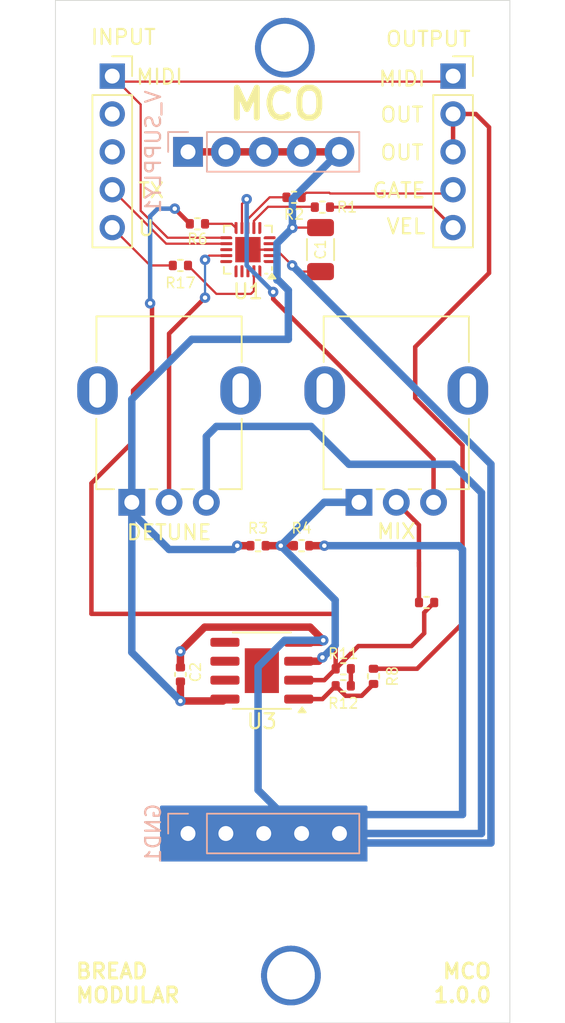
<source format=kicad_pcb>
(kicad_pcb (version 20240108) (generator "pcbnew") (generator_version "8.0")
  (layers (0 "F.Cu" signal) (31 "B.Cu" signal) (34 "B.Paste" user) (35 "F.Paste" user) (36 "B.SilkS" user "B.Silkscreen") (37 "F.SilkS" user "F.Silkscreen") (38 "B.Mask" user) (39 "F.Mask" user) (44 "Edge.Cuts" user))
  (net 0 "")
  (net 1 "GND")
  (net 3 "TX")
  (net 4 "MIDI")
  (net 6 "UDPI")
  (net 7 "VELOCITY")
  (net 8 "MIX_OUT")
  (net 9 "GATE")
  (net 10 "V_SUPPLY")
  (net 11 "Net-(U1-PA6)")
  (net 12 "Net-(U1-PA7)")
  (net 13 "V_MID")
  (net 14 "FUNDAMENTAL_TONE")
  (net 15 "Net-(U3A--)")
  (net 16 "DETUNED_TONE")
  (net 17 "Net-(R12-Pad2)")
  (net 18 "Net-(R10-Pad1)")
  (net 19 "Net-(R11-Pad2)")
  (net 20 "V_DETUNED")
  (net 31 "Net-(U1-~{RESET}{slash}PA0)")
  (footprint "Package_DFN_QFN:VQFN-20-1EP_3x3mm_P0.4mm_EP1.7x1.7mm" (layer "F.Cu") (at 59.9 57.36 180)
    (property "Reference" "U1" (at 0 -2.8 0) (layer "F.SilkS"))
    (property "Value" "ATtiny1616-M")
    (fp_line (start 1.61 1.61) (end 1.61 1.16) (stroke (width 0.12)) (layer "F.SilkS"))
    (fp_line (start 1.61 -1.61) (end 1.61 -1.16) (stroke (width 0.12)) (layer "F.SilkS"))
    (fp_line (start 1.16 1.61) (end 1.61 1.61) (stroke (width 0.12)) (layer "F.SilkS"))
    (fp_line (start 1.16 -1.61) (end 1.61 -1.61) (stroke (width 0.12)) (layer "F.SilkS"))
    (fp_line (start -1.16 1.61) (end -1.61 1.61) (stroke (width 0.12)) (layer "F.SilkS"))
    (fp_line (start -1.16 -1.61) (end -1.31 -1.61) (stroke (width 0.12)) (layer "F.SilkS"))
    (fp_line (start -1.61 1.61) (end -1.61 1.16) (stroke (width 0.12)) (layer "F.SilkS"))
    (fp_line (start -1.61 -1.16) (end -1.61 -1.37) (stroke (width 0.12)) (layer "F.SilkS"))
    (fp_poly (pts (xy -1.61 -1.61) (xy -1.85 -1.94) (xy -1.37 -1.94) (xy -1.61 -1.61)) (stroke (width 0.12)) (fill solid) (layer "F.SilkS"))
    (pad "1" smd custom (at -1.45 -0.8 180) (size 0.143431 0.143431) (layers "F.Cu" "F.Paste" "F.Mask") (options (clearance outline) (anchor circle)) (primitives (gr_poly (pts (xy -0.35 -0.05) (xy 0.299289 -0.05) (xy 0.35 0.000711) (xy 0.35 0.05) (xy -0.35 0.05)) (width 0.1) (fill yes))))
    (pad "2" smd roundrect (at -1.45 -0.4 180) (size 0.8 0.2) (layers "F.Cu" "F.Paste" "F.Mask"))
    (pad "3" smd roundrect (at -1.45 0 180) (size 0.8 0.2) (layers "F.Cu" "F.Paste" "F.Mask") (net 1 "GND"))
    (pad "4" smd roundrect (at -1.45 0.4 180) (size 0.8 0.2) (layers "F.Cu" "F.Paste" "F.Mask") (net 10 "V_SUPPLY"))
    (pad "5" smd custom (at -1.45 0.8 180) (size 0.143431 0.143431) (layers "F.Cu" "F.Paste" "F.Mask") (options (clearance outline) (anchor circle)) (primitives (gr_poly (pts (xy -0.35 -0.05) (xy 0.35 -0.05) (xy 0.35 -0.000711) (xy 0.299289 0.05) (xy -0.35 0.05)) (width 0.1) (fill yes))))
    (pad "6" smd custom (at -0.8 1.45 180) (size 0.143431 0.143431) (layers "F.Cu" "F.Paste" "F.Mask") (options (clearance outline) (anchor circle)) (primitives (gr_poly (pts (xy -0.05 -0.299289) (xy 0.000711 -0.35) (xy 0.05 -0.35) (xy 0.05 0.35) (xy -0.05 0.35)) (width 0.1) (fill yes))))
    (pad "7" smd roundrect (at -0.4 1.45 180) (size 0.2 0.8) (layers "F.Cu" "F.Paste" "F.Mask") (net 11 "Net-(U1-PA6)"))
    (pad "8" smd roundrect (at 0 1.45 180) (size 0.2 0.8) (layers "F.Cu" "F.Paste" "F.Mask") (net 12 "Net-(U1-PA7)"))
    (pad "9" smd roundrect (at 0.4 1.45 180) (size 0.2 0.8) (layers "F.Cu" "F.Paste" "F.Mask") (net 16 "DETUNED_TONE"))
    (pad "10" smd custom (at 0.8 1.45 180) (size 0.143431 0.143431) (layers "F.Cu" "F.Paste" "F.Mask") (net 14 "FUNDAMENTAL_TONE") (options (clearance outline) (anchor circle)) (primitives (gr_poly (pts (xy -0.05 -0.35) (xy -0.000711 -0.35) (xy 0.05 -0.299289) (xy 0.05 0.35) (xy -0.05 0.35)) (width 0.1) (fill yes))))
    (pad "11" smd custom (at 1.45 0.8 180) (size 0.143431 0.143431) (layers "F.Cu" "F.Paste" "F.Mask") (net 4 "MIDI") (options (clearance outline) (anchor circle)) (primitives (gr_poly (pts (xy -0.35 -0.05) (xy 0.35 -0.05) (xy 0.35 0.05) (xy -0.299289 0.05) (xy -0.35 -0.000711)) (width 0.1) (fill yes))))
    (pad "12" smd roundrect (at 1.45 0.4 180) (size 0.8 0.2) (layers "F.Cu" "F.Paste" "F.Mask") (net 3 "TX"))
    (pad "13" smd roundrect (at 1.45 0 180) (size 0.8 0.2) (layers "F.Cu" "F.Paste" "F.Mask"))
    (pad "14" smd roundrect (at 1.45 -0.4 180) (size 0.8 0.2) (layers "F.Cu" "F.Paste" "F.Mask") (net 20 "V_DETUNED"))
    (pad "15" smd custom (at 1.45 -0.8 180) (size 0.143431 0.143431) (layers "F.Cu" "F.Paste" "F.Mask") (options (clearance outline) (anchor circle)) (primitives (gr_poly (pts (xy -0.35 0.000711) (xy -0.299289 -0.05) (xy 0.35 -0.05) (xy 0.35 0.05) (xy -0.35 0.05)) (width 0.1) (fill yes))))
    (pad "16" smd custom (at 0.8 -1.45 180) (size 0.143431 0.143431) (layers "F.Cu" "F.Paste" "F.Mask") (options (clearance outline) (anchor circle)) (primitives (gr_poly (pts (xy -0.05 -0.35) (xy 0.05 -0.35) (xy 0.05 0.299289) (xy -0.000711 0.35) (xy -0.05 0.35)) (width 0.1) (fill yes))))
    (pad "17" smd roundrect (at 0.4 -1.45 180) (size 0.2 0.8) (layers "F.Cu" "F.Paste" "F.Mask"))
    (pad "18" smd roundrect (at 0 -1.45 180) (size 0.2 0.8) (layers "F.Cu" "F.Paste" "F.Mask"))
    (pad "19" smd roundrect (at -0.4 -1.45 180) (size 0.2 0.8) (layers "F.Cu" "F.Paste" "F.Mask") (net 31 "Net-(U1-~{RESET}{slash}PA0)"))
    (pad "20" smd custom (at -0.8 -1.45 180) (size 0.143431 0.143431) (layers "F.Cu" "F.Paste" "F.Mask") (options (clearance outline) (anchor circle)) (primitives (gr_poly (pts (xy -0.05 -0.35) (xy 0.05 -0.35) (xy 0.05 0.35) (xy 0.000711 0.35) (xy -0.05 0.299289)) (width 0.1) (fill yes))))
    (pad "21" smd rect (at 0 0 180) (size 1.7 1.7) (property pad_prop_heatsink) (layers "F.Cu" "F.Mask") (net 1 "GND"))
  )
  (footprint "Resistor_SMD:R_0402_1005Metric" (layer "F.Cu") (at 62.994 53.848)
    (property "Reference" "R2" (at -0.002 1.143 0) (layer "F.SilkS") (effects (font (size 0.7 0.7) (thickness 0.1))))
    (property "Value" "1k")
    (fp_line (start -0.153641 -0.38) (end 0.153641 -0.38) (stroke (width 0.12)) (layer "F.SilkS"))
    (fp_line (start -0.153641 0.38) (end 0.153641 0.38) (stroke (width 0.12)) (layer "F.SilkS"))
    (pad "1" smd roundrect (at -0.51 0) (size 0.54 0.64) (layers "F.Cu" "F.Paste" "F.Mask") (net 12 "Net-(U1-PA7)"))
    (pad "2" smd roundrect (at 0.51 0) (size 0.54 0.64) (layers "F.Cu" "F.Paste" "F.Mask") (net 9 "GATE"))
  )
  (footprint "Resistor_SMD:R_0402_1005Metric" (layer "F.Cu") (at 55.37 58.42 180)
    (property "Reference" "R17" (at 0 -1.17 0) (layer "F.SilkS") (effects (font (size 0.7 0.7) (thickness 0.1))))
    (property "Value" "4.7k")
    (fp_line (start -0.153641 0.38) (end 0.153641 0.38) (stroke (width 0.12)) (layer "F.SilkS"))
    (fp_line (start -0.153641 -0.38) (end 0.153641 -0.38) (stroke (width 0.12)) (layer "F.SilkS"))
    (pad "1" smd roundrect (at -0.51 0 180) (size 0.54 0.64) (layers "F.Cu" "F.Paste" "F.Mask") (net 31 "Net-(U1-~{RESET}{slash}PA0)"))
    (pad "2" smd roundrect (at 0.51 0 180) (size 0.54 0.64) (layers "F.Cu" "F.Paste" "F.Mask") (net 6 "UDPI"))
  )
  (footprint "Resistor_SMD:R_0402_1005Metric" (layer "F.Cu") (at 60.579 77.216)
    (property "Reference" "R3" (at 0 -1.17 0) (layer "F.SilkS") (effects (font (size 0.7 0.7) (thickness 0.1))))
    (property "Value" "1k")
    (fp_line (start -0.153641 -0.38) (end 0.153641 -0.38) (stroke (width 0.12)) (layer "F.SilkS"))
    (fp_line (start -0.153641 0.38) (end 0.153641 0.38) (stroke (width 0.12)) (layer "F.SilkS"))
    (pad "1" smd roundrect (at -0.51 0) (size 0.54 0.64) (layers "F.Cu" "F.Paste" "F.Mask") (net 10 "V_SUPPLY"))
    (pad "2" smd roundrect (at 0.51 0) (size 0.54 0.64) (layers "F.Cu" "F.Paste" "F.Mask") (net 13 "V_MID"))
  )
  (footprint "Resistor_SMD:R_0402_1005Metric" (layer "F.Cu") (at 66.294 86.614 180)
    (property "Reference" "R12" (at 0 -1.17 0) (layer "F.SilkS") (effects (font (size 0.7 0.7) (thickness 0.1))))
    (property "Value" "200k")
    (fp_line (start -0.153641 0.38) (end 0.153641 0.38) (stroke (width 0.12)) (layer "F.SilkS"))
    (fp_line (start -0.153641 -0.38) (end 0.153641 -0.38) (stroke (width 0.12)) (layer "F.SilkS"))
    (pad "1" smd roundrect (at -0.51 0 180) (size 0.54 0.64) (layers "F.Cu" "F.Paste" "F.Mask") (net 19 "Net-(R11-Pad2)"))
    (pad "2" smd roundrect (at 0.51 0 180) (size 0.54 0.64) (layers "F.Cu" "F.Paste" "F.Mask") (net 17 "Net-(R12-Pad2)"))
  )
  (footprint "BreadModular_Pots:Potentiometer_RV09" (layer "F.Cu") (at 67.35 74.305 90)
    (property "Reference" "RV2")
    (property "Value" "50k")
    (fp_line (start 0.88 -2.38) (end 5.6 -2.38) (stroke (width 0.12)) (layer "F.SilkS"))
    (fp_line (start 9.41 -2.37) (end 12.47 -2.37) (stroke (width 0.12)) (layer "F.SilkS"))
    (fp_line (start 0.88 -1.19) (end 0.88 -2.37) (stroke (width 0.12)) (layer "F.SilkS"))
    (fp_line (start 0.88 1.71) (end 0.88 1.18) (stroke (width 0.12)) (layer "F.SilkS"))
    (fp_line (start 0.88 4.16) (end 0.88 3.33) (stroke (width 0.12)) (layer "F.SilkS"))
    (fp_line (start 12.47 7.37) (end 12.47 -2.37) (stroke (width 0.12)) (layer "F.SilkS"))
    (fp_line (start 9.41 7.37) (end 12.47 7.37) (stroke (width 0.12)) (layer "F.SilkS"))
    (fp_line (start 0.88 7.37) (end 0.88 5.88) (stroke (width 0.12)) (layer "F.SilkS"))
    (fp_line (start 0.88 7.37) (end 5.6 7.37) (stroke (width 0.12)) (layer "F.SilkS"))
    (pad "" thru_hole oval (at 7.5 -2.3 180) (size 2.72 3.24) (drill oval 1.1 2.3) (layers "*.Cu" "*.Mask"))
    (pad "" thru_hole oval (at 7.5 7.3 180) (size 2.72 3.24) (drill oval 1.1 2.3) (layers "*.Cu" "*.Mask"))
    (pad "1" thru_hole rect (at 0 0 180) (size 1.8 1.8) (drill 1) (layers "*.Cu" "*.Mask") (net 13 "V_MID"))
    (pad "2" thru_hole circle (at 0 2.5 180) (size 1.8 1.8) (drill 1) (layers "*.Cu" "*.Mask") (net 18 "Net-(R10-Pad1)"))
    (pad "3" thru_hole circle (at 0 5 180) (size 1.8 1.8) (drill 1) (layers "*.Cu" "*.Mask") (net 16 "DETUNED_TONE"))
  )
  (footprint "Connector_PinSocket_2.54mm:PinSocket_1x05_P2.54mm_Vertical" (layer "F.Cu") (at 50.8 45.72)
    (property "Reference" "INPUT1")
    (property "Value" "Conn_01x05_Socket")
    (fp_line (start -1.33 1.27) (end -1.33 11.49) (stroke (width 0.12)) (layer "F.SilkS"))
    (fp_line (start -1.33 1.27) (end 1.33 1.27) (stroke (width 0.12)) (layer "F.SilkS"))
    (fp_line (start -1.33 11.49) (end 1.33 11.49) (stroke (width 0.12)) (layer "F.SilkS"))
    (fp_line (start 0 -1.33) (end 1.33 -1.33) (stroke (width 0.12)) (layer "F.SilkS"))
    (fp_line (start 1.33 -1.33) (end 1.33 0) (stroke (width 0.12)) (layer "F.SilkS"))
    (fp_line (start 1.33 1.27) (end 1.33 11.49) (stroke (width 0.12)) (layer "F.SilkS"))
    (pad "1" thru_hole rect (at 0 0) (size 1.7 1.7) (drill 1) (layers "*.Cu" "*.Mask") (net 4 "MIDI"))
    (pad "2" thru_hole oval (at 0 2.54) (size 1.7 1.7) (drill 1) (layers "*.Cu" "*.Mask"))
    (pad "3" thru_hole oval (at 0 5.08) (size 1.7 1.7) (drill 1) (layers "*.Cu" "*.Mask"))
    (pad "4" thru_hole oval (at 0 7.62) (size 1.7 1.7) (drill 1) (layers "*.Cu" "*.Mask") (net 3 "TX"))
    (pad "5" thru_hole oval (at 0 10.16) (size 1.7 1.7) (drill 1) (layers "*.Cu" "*.Mask") (net 6 "UDPI"))
  )
  (footprint "Resistor_SMD:R_0402_1005Metric" (layer "F.Cu") (at 63.498 77.216)
    (property "Reference" "R4" (at 0 -1.17 0) (layer "F.SilkS") (effects (font (size 0.7 0.7) (thickness 0.1))))
    (property "Value" "1k")
    (fp_line (start -0.153641 -0.38) (end 0.153641 -0.38) (stroke (width 0.12)) (layer "F.SilkS"))
    (fp_line (start -0.153641 0.38) (end 0.153641 0.38) (stroke (width 0.12)) (layer "F.SilkS"))
    (pad "1" smd roundrect (at -0.51 0) (size 0.54 0.64) (layers "F.Cu" "F.Paste" "F.Mask") (net 13 "V_MID"))
    (pad "2" smd roundrect (at 0.51 0) (size 0.54 0.64) (layers "F.Cu" "F.Paste" "F.Mask") (net 1 "GND"))
  )
  (footprint "Capacitor_SMD:C_1206_3216Metric" (layer "F.Cu") (at 64.77 57.355 90)
    (property "Reference" "C1" (at 0 0 90) (layer "F.SilkS") (effects (font (size 0.7 0.7) (thickness 0.1))))
    (property "Value" "100uf")
    (fp_line (start -0.711252 -0.91) (end 0.711252 -0.91) (stroke (width 0.12)) (layer "F.SilkS"))
    (fp_line (start -0.711252 0.91) (end 0.711252 0.91) (stroke (width 0.12)) (layer "F.SilkS"))
    (pad "1" smd roundrect (at -1.475 0 90) (size 1.15 1.8) (layers "F.Cu" "F.Paste" "F.Mask") (roundrect_rratio 0.217391) (net 1 "GND"))
    (pad "2" smd roundrect (at 1.475 0 90) (size 1.15 1.8) (layers "F.Cu" "F.Paste" "F.Mask") (roundrect_rratio 0.217391) (net 10 "V_SUPPLY"))
  )
  (footprint "Resistor_SMD:R_0402_1005Metric" (layer "F.Cu") (at 56.513 55.626 180)
    (property "Reference" "R6" (at -0.002 -1.016 0) (layer "F.SilkS") (effects (font (size 0.7 0.7) (thickness 0.1))))
    (property "Value" "1M")
    (fp_line (start -0.153641 0.38) (end 0.153641 0.38) (stroke (width 0.12)) (layer "F.SilkS"))
    (fp_line (start -0.153641 -0.38) (end 0.153641 -0.38) (stroke (width 0.12)) (layer "F.SilkS"))
    (pad "1" smd roundrect (at -0.51 0 180) (size 0.54 0.64) (layers "F.Cu" "F.Paste" "F.Mask") (net 14 "FUNDAMENTAL_TONE"))
    (pad "2" smd roundrect (at 0.51 0 180) (size 0.54 0.64) (layers "F.Cu" "F.Paste" "F.Mask") (net 15 "Net-(U3A--)"))
  )
  (footprint "Capacitor_SMD:C_0402_1005Metric" (layer "F.Cu") (at 55.372 85.852 90)
    (property "Reference" "C2" (at 0.155 1.016 90) (layer "F.SilkS") (effects (font (size 0.7 0.7) (thickness 0.1))))
    (property "Value" "0.1uf")
    (fp_line (start -0.107836 -0.36) (end 0.107836 -0.36) (stroke (width 0.12)) (layer "F.SilkS"))
    (fp_line (start -0.107836 0.36) (end 0.107836 0.36) (stroke (width 0.12)) (layer "F.SilkS"))
    (pad "1" smd roundrect (at -0.48 0 90) (size 0.56 0.62) (layers "F.Cu" "F.Paste" "F.Mask") (net 10 "V_SUPPLY"))
    (pad "2" smd roundrect (at 0.48 0 90) (size 0.56 0.62) (layers "F.Cu" "F.Paste" "F.Mask") (net 1 "GND"))
  )
  (footprint "Resistor_SMD:R_0402_1005Metric" (layer "F.Cu") (at 66.294 85.471)
    (property "Reference" "R11" (at -0.002 -1.016 0) (layer "F.SilkS") (effects (font (size 0.7 0.7) (thickness 0.1))))
    (property "Value" "200k")
    (fp_line (start -0.153641 -0.38) (end 0.153641 -0.38) (stroke (width 0.12)) (layer "F.SilkS"))
    (fp_line (start -0.153641 0.38) (end 0.153641 0.38) (stroke (width 0.12)) (layer "F.SilkS"))
    (pad "1" smd roundrect (at -0.51 0) (size 0.54 0.64) (layers "F.Cu" "F.Paste" "F.Mask") (net 15 "Net-(U3A--)"))
    (pad "2" smd roundrect (at 0.51 0) (size 0.54 0.64) (layers "F.Cu" "F.Paste" "F.Mask") (net 19 "Net-(R11-Pad2)"))
  )
  (footprint "Package_SO:SOIC-8-1EP_3.9x4.9mm_P1.27mm_EP2.29x3mm" (layer "F.Cu") (at 60.833 85.598 180)
    (property "Reference" "U3" (at 0 -3.4 0) (layer "F.SilkS"))
    (property "Value" "MCP6002-xSN")
    (fp_line (start 0 2.56) (end 1.95 2.56) (stroke (width 0.12)) (layer "F.SilkS"))
    (fp_line (start 0 2.56) (end -1.95 2.56) (stroke (width 0.12)) (layer "F.SilkS"))
    (fp_line (start 0 -2.56) (end 1.95 -2.56) (stroke (width 0.12)) (layer "F.SilkS"))
    (fp_line (start 0 -2.56) (end -1.95 -2.56) (stroke (width 0.12)) (layer "F.SilkS"))
    (fp_poly (pts (xy -2.7 -2.465) (xy -2.94 -2.795) (xy -2.46 -2.795) (xy -2.7 -2.465)) (stroke (width 0.12)) (fill solid) (layer "F.SilkS"))
    (pad "1" smd roundrect (at -2.475 -1.905 180) (size 1.95 0.6) (layers "F.Cu" "F.Paste" "F.Mask") (net 17 "Net-(R12-Pad2)"))
    (pad "2" smd roundrect (at -2.475 -0.635 180) (size 1.95 0.6) (layers "F.Cu" "F.Paste" "F.Mask") (net 15 "Net-(U3A--)"))
    (pad "3" smd roundrect (at -2.475 0.635 180) (size 1.95 0.6) (layers "F.Cu" "F.Paste" "F.Mask") (net 13 "V_MID"))
    (pad "4" smd roundrect (at -2.475 1.905 180) (size 1.95 0.6) (layers "F.Cu" "F.Paste" "F.Mask") (net 1 "GND"))
    (pad "5" smd roundrect (at 2.475 1.905 180) (size 1.95 0.6) (layers "F.Cu" "F.Paste" "F.Mask"))
    (pad "6" smd roundrect (at 2.475 0.635 180) (size 1.95 0.6) (layers "F.Cu" "F.Paste" "F.Mask"))
    (pad "7" smd roundrect (at 2.475 -0.635 180) (size 1.95 0.6) (layers "F.Cu" "F.Paste" "F.Mask"))
    (pad "8" smd roundrect (at 2.475 -1.905 180) (size 1.95 0.6) (layers "F.Cu" "F.Paste" "F.Mask") (net 10 "V_SUPPLY"))
    (pad "9" smd rect (at 0 0 180) (size 2.29 3) (property pad_prop_heatsink) (layers "F.Cu" "F.Mask"))
  )
  (footprint "BreadModular_Pots:Potentiometer_RV09" (layer "F.Cu") (at 52.11 74.305 90)
    (property "Reference" "RV1")
    (property "Value" "50k")
    (fp_line (start 0.88 -2.38) (end 5.6 -2.38) (stroke (width 0.12)) (layer "F.SilkS"))
    (fp_line (start 9.41 -2.37) (end 12.47 -2.37) (stroke (width 0.12)) (layer "F.SilkS"))
    (fp_line (start 0.88 -1.19) (end 0.88 -2.37) (stroke (width 0.12)) (layer "F.SilkS"))
    (fp_line (start 0.88 1.71) (end 0.88 1.18) (stroke (width 0.12)) (layer "F.SilkS"))
    (fp_line (start 0.88 4.16) (end 0.88 3.33) (stroke (width 0.12)) (layer "F.SilkS"))
    (fp_line (start 12.47 7.37) (end 12.47 -2.37) (stroke (width 0.12)) (layer "F.SilkS"))
    (fp_line (start 9.41 7.37) (end 12.47 7.37) (stroke (width 0.12)) (layer "F.SilkS"))
    (fp_line (start 0.88 7.37) (end 0.88 5.88) (stroke (width 0.12)) (layer "F.SilkS"))
    (fp_line (start 0.88 7.37) (end 5.6 7.37) (stroke (width 0.12)) (layer "F.SilkS"))
    (pad "" thru_hole oval (at 7.5 -2.3 180) (size 2.72 3.24) (drill oval 1.1 2.3) (layers "*.Cu" "*.Mask"))
    (pad "" thru_hole oval (at 7.5 7.3 180) (size 2.72 3.24) (drill oval 1.1 2.3) (layers "*.Cu" "*.Mask"))
    (pad "1" thru_hole rect (at 0 0 180) (size 1.8 1.8) (drill 1) (layers "*.Cu" "*.Mask") (net 10 "V_SUPPLY"))
    (pad "2" thru_hole circle (at 0 2.5 180) (size 1.8 1.8) (drill 1) (layers "*.Cu" "*.Mask") (net 20 "V_DETUNED"))
    (pad "3" thru_hole circle (at 0 5 180) (size 1.8 1.8) (drill 1) (layers "*.Cu" "*.Mask") (net 1 "GND"))
  )
  (footprint "Connector_PinSocket_2.54mm:PinSocket_1x05_P2.54mm_Vertical" (layer "F.Cu") (at 73.66 45.72)
    (property "Reference" "OUTPUT1")
    (property "Value" "Conn_01x05_Socket")
    (fp_line (start -1.33 1.27) (end -1.33 11.49) (stroke (width 0.12)) (layer "F.SilkS"))
    (fp_line (start -1.33 1.27) (end 1.33 1.27) (stroke (width 0.12)) (layer "F.SilkS"))
    (fp_line (start -1.33 11.49) (end 1.33 11.49) (stroke (width 0.12)) (layer "F.SilkS"))
    (fp_line (start 0 -1.33) (end 1.33 -1.33) (stroke (width 0.12)) (layer "F.SilkS"))
    (fp_line (start 1.33 -1.33) (end 1.33 0) (stroke (width 0.12)) (layer "F.SilkS"))
    (fp_line (start 1.33 1.27) (end 1.33 11.49) (stroke (width 0.12)) (layer "F.SilkS"))
    (pad "1" thru_hole rect (at 0 0) (size 1.7 1.7) (drill 1) (layers "*.Cu" "*.Mask") (net 4 "MIDI"))
    (pad "2" thru_hole oval (at 0 2.54) (size 1.7 1.7) (drill 1) (layers "*.Cu" "*.Mask") (net 8 "MIX_OUT"))
    (pad "3" thru_hole oval (at 0 5.08) (size 1.7 1.7) (drill 1) (layers "*.Cu" "*.Mask") (net 8 "MIX_OUT"))
    (pad "4" thru_hole oval (at 0 7.62) (size 1.7 1.7) (drill 1) (layers "*.Cu" "*.Mask") (net 9 "GATE"))
    (pad "5" thru_hole oval (at 0 10.16) (size 1.7 1.7) (drill 1) (layers "*.Cu" "*.Mask") (net 7 "VELOCITY"))
  )
  (footprint "Resistor_SMD:R_0402_1005Metric" (layer "F.Cu") (at 64.895 54.5084)
    (property "Reference" "R1" (at 1.649 0 0) (layer "F.SilkS") (effects (font (size 0.7 0.7) (thickness 0.1))))
    (property "Value" "1k")
    (fp_line (start -0.153641 -0.38) (end 0.153641 -0.38) (stroke (width 0.12)) (layer "F.SilkS"))
    (fp_line (start -0.153641 0.38) (end 0.153641 0.38) (stroke (width 0.12)) (layer "F.SilkS"))
    (pad "1" smd roundrect (at -0.51 0) (size 0.54 0.64) (layers "F.Cu" "F.Paste" "F.Mask") (net 11 "Net-(U1-PA6)"))
    (pad "2" smd roundrect (at 0.51 0) (size 0.54 0.64) (layers "F.Cu" "F.Paste" "F.Mask") (net 7 "VELOCITY"))
  )
  (footprint "Resistor_SMD:R_0402_1005Metric" (layer "F.Cu") (at 68.324 85.979 90)
    (property "Reference" "R8" (at 0 1.27 90) (layer "F.SilkS") (effects (font (size 0.7 0.7) (thickness 0.1))))
    (property "Value" "1k")
    (fp_line (start -0.153641 -0.38) (end 0.153641 -0.38) (stroke (width 0.12)) (layer "F.SilkS"))
    (fp_line (start -0.153641 0.38) (end 0.153641 0.38) (stroke (width 0.12)) (layer "F.SilkS"))
    (pad "1" smd roundrect (at -0.51 0 90) (size 0.54 0.64) (layers "F.Cu" "F.Paste" "F.Mask") (net 17 "Net-(R12-Pad2)"))
    (pad "2" smd roundrect (at 0.51 0 90) (size 0.54 0.64) (layers "F.Cu" "F.Paste" "F.Mask") (net 8 "MIX_OUT"))
  )
  (footprint "Resistor_SMD:R_0402_1005Metric" (layer "F.Cu") (at 71.884 81.026)
    (property "Reference" "R10" (hide yes))
    (property "Value" "1M")
    (fp_line (start -0.153641 -0.38) (end 0.153641 -0.38) (stroke (width 0.12)) (layer "F.SilkS"))
    (fp_line (start -0.153641 0.38) (end 0.153641 0.38) (stroke (width 0.12)) (layer "F.SilkS"))
    (pad "1" smd roundrect (at -0.51 0) (size 0.54 0.64) (layers "F.Cu" "F.Paste" "F.Mask") (net 18 "Net-(R10-Pad1)"))
    (pad "2" smd roundrect (at 0.51 0) (size 0.54 0.64) (layers "F.Cu" "F.Paste" "F.Mask") (net 15 "Net-(U3A--)"))
  )
  (footprint "BreadModular_MISC:Power_Connector" (layer "B.Cu") (at 55.88 50.8 -90)
    (property "Reference" "V_SUPPLY1" (at 0 2.33 90) (layer "B.SilkS") (effects (justify mirror)))
    (property "Value" "Conn_01x05_Pin")
    (fp_line (start -1.33 1.33) (end -1.33 0) (stroke (width 0.12)) (layer "B.SilkS"))
    (fp_line (start 0 1.33) (end -1.33 1.33) (stroke (width 0.12)) (layer "B.SilkS"))
    (fp_line (start 1.33 -1.27) (end -1.33 -1.27) (stroke (width 0.12)) (layer "B.SilkS"))
    (fp_line (start -1.33 -11.49) (end -1.33 -1.27) (stroke (width 0.12)) (layer "B.SilkS"))
    (fp_line (start 1.33 -11.49) (end 1.33 -1.27) (stroke (width 0.12)) (layer "B.SilkS"))
    (fp_line (start 1.33 -11.49) (end -1.33 -11.49) (stroke (width 0.12)) (layer "B.SilkS"))
    (pad "1" thru_hole rect (at 0 0 270) (size 2 2) (drill 1) (layers "*.Cu" "*.Mask") (net 10 "V_SUPPLY"))
    (pad "2" thru_hole oval (at 0 -2.54 270) (size 2 2) (drill 1) (layers "*.Cu" "*.Mask") (net 10 "V_SUPPLY"))
    (pad "3" thru_hole oval (at 0 -5.08 270) (size 2 2) (drill 1) (layers "*.Cu" "*.Mask") (net 10 "V_SUPPLY"))
    (pad "4" thru_hole oval (at 0 -7.62 270) (size 2 2) (drill 1) (layers "*.Cu" "*.Mask") (net 10 "V_SUPPLY"))
    (pad "5" thru_hole oval (at 0 -10.16 270) (size 2 2) (drill 1) (layers "*.Cu" "*.Mask") (net 10 "V_SUPPLY"))
  )
  (footprint "BreadModular_MISC:Power_Connector" (layer "B.Cu") (at 55.88 96.52 -90)
    (property "Reference" "GND1" (at 0 2.33 90) (layer "B.SilkS") (effects (justify mirror)))
    (property "Value" "Conn_01x05_Pin")
    (fp_line (start -1.33 1.33) (end -1.33 0) (stroke (width 0.12)) (layer "B.SilkS"))
    (fp_line (start 0 1.33) (end -1.33 1.33) (stroke (width 0.12)) (layer "B.SilkS"))
    (fp_line (start 1.33 -1.27) (end -1.33 -1.27) (stroke (width 0.12)) (layer "B.SilkS"))
    (fp_line (start -1.33 -11.49) (end -1.33 -1.27) (stroke (width 0.12)) (layer "B.SilkS"))
    (fp_line (start 1.33 -11.49) (end 1.33 -1.27) (stroke (width 0.12)) (layer "B.SilkS"))
    (fp_line (start 1.33 -11.49) (end -1.33 -11.49) (stroke (width 0.12)) (layer "B.SilkS"))
    (pad "1" thru_hole rect (at 0 0 270) (size 2 2) (drill 1) (layers "*.Cu" "*.Mask") (net 1 "GND"))
    (pad "2" thru_hole oval (at 0 -2.54 270) (size 2 2) (drill 1) (layers "*.Cu" "*.Mask") (net 1 "GND"))
    (pad "3" thru_hole oval (at 0 -5.08 270) (size 2 2) (drill 1) (layers "*.Cu" "*.Mask") (net 1 "GND"))
    (pad "4" thru_hole oval (at 0 -7.62 270) (size 2 2) (drill 1) (layers "*.Cu" "*.Mask") (net 1 "GND"))
    (pad "5" thru_hole oval (at 0 -10.16 270) (size 2 2) (drill 1) (layers "*.Cu" "*.Mask") (net 1 "GND"))
  )
  (gr_poly (pts (xy 54.102 94.742) (xy 67.818 94.742) (xy 67.818 98.298) (xy 54.102 98.298)) (stroke (width 0.2)) (fill solid) (layer "B.Cu") (net 1))
  (gr_line (start 46.99 109.22) (end 77.47 109.22) (stroke (width 0.05)) (layer "Edge.Cuts"))
  (gr_line (start 77.47 40.64) (end 46.99 40.64) (stroke (width 0.05)) (layer "Edge.Cuts"))
  (gr_line (start 46.99 40.64) (end 46.99 109.22) (stroke (width 0.05)) (layer "Edge.Cuts"))
  (gr_line (start 77.47 109.22) (end 77.47 40.64) (stroke (width 0.05)) (layer "Edge.Cuts"))
  (gr_text "OUT" (at 71.755 51.435 0) (layer "F.SilkS") (effects (font (size 1 1)) (justify right bottom)))
  (gr_text "VEL" (at 71.882 56.388 0) (layer "F.SilkS") (effects (font (size 1 1)) (justify right bottom)))
  (gr_text "MIDI" (at 52.324 46.355 0) (layer "F.SilkS") (effects (font (size 1 1)) (justify left bottom)))
  (gr_text "U" (at 52.451 56.515 0) (layer "F.SilkS") (effects (font (size 1 1)) (justify left bottom)))
  (gr_text "INPUT" (at 49.276 43.688 0) (layer "F.SilkS") (effects (font (size 1 1)) (justify left bottom)))
  (gr_text "TX" (at 52.451 53.975 0) (layer "F.SilkS") (effects (font (size 1 1)) (justify left bottom)))
  (gr_text "MCO\n1.0.0" (at 76.327 107.95 0) (layer "F.SilkS") (effects (font (size 1 1) (thickness 0.2) (bold yes)) (justify right bottom)))
  (gr_text "MCO" (at 58.42 48.768 0) (layer "F.SilkS") (effects (font (size 2 2) (thickness 0.4) (bold yes)) (justify left bottom)))
  (gr_text "DETUNE" (at 54.61 76.9112 0) (layer "F.SilkS") (effects (font (size 1 1)) (justify bottom)))
  (gr_text "OUT" (at 71.755 48.895 0) (layer "F.SilkS") (effects (font (size 1 1)) (justify right bottom)))
  (gr_text "MIX" (at 69.85 76.835 0) (layer "F.SilkS") (effects (font (size 1 1)) (justify bottom)))
  (gr_text "GATE" (at 71.882 53.975 0) (layer "F.SilkS") (effects (font (size 1 1)) (justify right bottom)))
  (gr_text "OUTPUT" (at 74.93 43.815 0) (layer "F.SilkS") (effects (font (size 1 1)) (justify right bottom)))
  (gr_text "MIDI" (at 71.882 46.482 0) (layer "F.SilkS") (effects (font (size 1 1)) (justify right bottom)))
  (gr_text "BREAD\nMODULAR" (at 48.26 107.95 0) (layer "F.SilkS") (effects (font (size 1 1) (thickness 0.2) (bold yes)) (justify left bottom)))
  (via (at 62.37758 43.815) (size 4) (drill 3.2) (layers "F.Cu" "B.Cu") (net 0))
  (via (at 62.784908 106.045) (size 4) (drill 3.2) (layers "F.Cu" "B.Cu") (net 0))
  (via (at 62.37758 43.815) (size 4) (drill 3.2) (layers "F.Cu" "B.Cu") (net 0))
  (via (at 62.784908 106.045) (size 4) (drill 3.2) (layers "F.Cu" "B.Cu") (net 0))
  (via (at 62.784908 106.045) (size 4) (drill 3.2) (layers "F.Cu" "B.Cu") (net 0))
  (via (at 62.784908 106.045) (size 4) (drill 3.2) (layers "F.Cu" "B.Cu") (net 0))
  (via (at 62.37758 43.815) (size 4) (drill 3.2) (layers "F.Cu" "B.Cu") (net 0))
  (via (at 62.37758 43.815) (size 4) (drill 3.2) (layers "F.Cu" "B.Cu") (net 0))
  (segment (start 64.953185 83.559815) (end 64.82 83.693) (width 0.5) (layer "F.Cu") (net 1))
  (segment (start 55.88 96.52) (end 66.04 96.52) (width 0.5) (layer "F.Cu") (net 1))
  (segment (start 64.07037 82.677) (end 64.953185 83.559815) (width 0.5) (layer "F.Cu") (net 1))
  (segment (start 61.35 57.36) (end 59.9 57.36) (width 0.15) (layer "F.Cu") (net 1))
  (segment (start 63.281006 58.83) (end 64.77 58.83) (width 0.15) (layer "F.Cu") (net 1))
  (segment (start 61.811006 57.36) (end 62.868003 58.416997) (width 0.15) (layer "F.Cu") (net 1))
  (segment (start 56.995 82.677) (end 64.07037 82.677) (width 0.5) (layer "F.Cu") (net 1))
  (segment (start 64.008 77.216) (end 65.024 77.216) (width 0.5) (layer "F.Cu") (net 1))
  (segment (start 64.82 83.693) (end 63.051 83.693) (width 0.5) (layer "F.Cu") (net 1))
  (segment (start 55.372 84.3) (end 56.995 82.677) (width 0.5) (layer "F.Cu") (net 1))
  (segment (start 55.372 85.372) (end 55.372 84.3) (width 0.5) (layer "F.Cu") (net 1))
  (segment (start 62.868003 58.416997) (end 63.281006 58.83) (width 0.15) (layer "F.Cu") (net 1))
  (segment (start 57.227 74.422) (end 57.11 74.305) (width 0.3) (layer "F.Cu") (net 1))
  (segment (start 61.35 57.36) (end 61.811006 57.36) (width 0.15) (layer "F.Cu") (net 1))
  (via (at 55.372 84.3) (size 0.7) (drill 0.3) (layers "F.Cu" "B.Cu") (net 1))
  (via (at 64.953185 83.559815) (size 0.7) (drill 0.3) (layers "F.Cu" "B.Cu") (net 1))
  (via (at 65.024 77.216) (size 0.7) (drill 0.3) (layers "F.Cu" "B.Cu") (net 1))
  (via (at 62.868003 58.416997) (size 0.7) (drill 0.3) (layers "F.Cu" "B.Cu") (net 1))
  (segment (start 74.295 95.25) (end 67.31 95.25) (width 0.5) (layer "B.Cu") (net 1))
  (segment (start 66.04 96.52) (end 66.675 97.155) (width 0.5) (layer "B.Cu") (net 1))
  (segment (start 67.31 95.25) (end 66.04 96.52) (width 0.5) (layer "B.Cu") (net 1))
  (segment (start 75.565 96.52) (end 75.565 73.66) (width 0.5) (layer "B.Cu") (net 1))
  (segment (start 76.2 97.155) (end 76.2 71.748994) (width 0.5) (layer "B.Cu") (net 1))
  (segment (start 75.565 73.66) (end 73.66 71.755) (width 0.5) (layer "B.Cu") (net 1))
  (segment (start 66.04 96.52) (end 75.565 96.52) (width 0.5) (layer "B.Cu") (net 1))
  (segment (start 57.11 69.89) (end 57.11 74.305) (width 0.5) (layer "B.Cu") (net 1))
  (segment (start 74.041 77.216) (end 74.295 77.47) (width 0.5) (layer "B.Cu") (net 1))
  (segment (start 65.024 77.216) (end 74.041 77.216) (width 0.5) (layer "B.Cu") (net 1))
  (segment (start 66.675 71.755) (end 64.135 69.215) (width 0.5) (layer "B.Cu") (net 1))
  (segment (start 64.953185 83.559815) (end 62.363185 83.559815) (width 0.5) (layer "B.Cu") (net 1))
  (segment (start 64.135 69.215) (end 57.785 69.215) (width 0.5) (layer "B.Cu") (net 1))
  (segment (start 76.2 71.748994) (end 62.868003 58.416997) (width 0.5) (layer "B.Cu") (net 1))
  (segment (start 74.295 77.47) (end 74.295 95.25) (width 0.5) (layer "B.Cu") (net 1))
  (segment (start 73.66 71.755) (end 66.675 71.755) (width 0.5) (layer "B.Cu") (net 1))
  (segment (start 66.675 97.155) (end 76.2 97.155) (width 0.5) (layer "B.Cu") (net 1))
  (segment (start 60.579 93.599) (end 63.5 96.52) (width 0.5) (layer "B.Cu") (net 1))
  (segment (start 62.363185 83.559815) (end 60.579 85.344) (width 0.5) (layer "B.Cu") (net 1))
  (segment (start 57.785 69.215) (end 57.11 69.89) (width 0.5) (layer "B.Cu") (net 1))
  (segment (start 60.579 85.344) (end 60.579 93.599) (width 0.5) (layer "B.Cu") (net 1))
  (segment (start 54.42 56.96) (end 58.45 56.96) (width 0.15) (layer "F.Cu") (net 3))
  (segment (start 50.8 53.34) (end 54.42 56.96) (width 0.15) (layer "F.Cu") (net 3))
  (segment (start 52.705 47.625) (end 52.705 54.750026) (width 0.15) (layer "F.Cu") (net 4))
  (segment (start 73.66 45.72) (end 73.29 46.09) (width 0.15) (layer "F.Cu") (net 4))
  (segment (start 52.705 54.750026) (end 54.514974 56.56) (width 0.15) (layer "F.Cu") (net 4))
  (segment (start 51.17 46.09) (end 50.8 45.72) (width 0.15) (layer "F.Cu") (net 4))
  (segment (start 54.514974 56.56) (end 58.45 56.56) (width 0.15) (layer "F.Cu") (net 4))
  (segment (start 73.29 46.09) (end 51.17 46.09) (width 0.15) (layer "F.Cu") (net 4))
  (segment (start 50.8 45.72) (end 52.705 47.625) (width 0.15) (layer "F.Cu") (net 4))
  (segment (start 53.34 58.42) (end 54.86 58.42) (width 0.15) (layer "F.Cu") (net 6))
  (segment (start 50.8 55.88) (end 53.34 58.42) (width 0.15) (layer "F.Cu") (net 6))
  (segment (start 72.2884 54.5084) (end 73.66 55.88) (width 0.2) (layer "F.Cu") (net 7))
  (segment (start 65.405 54.5084) (end 72.2884 54.5084) (width 0.2) (layer "F.Cu") (net 7))
  (segment (start 76.073 58.928) (end 76.073 49.149) (width 0.3) (layer "F.Cu") (net 8))
  (segment (start 76.073 49.149) (end 75.184 48.26) (width 0.3) (layer "F.Cu") (net 8))
  (segment (start 71.12 67.31) (end 71.12 63.881) (width 0.3) (layer "F.Cu") (net 8))
  (segment (start 74.295 82.423) (end 74.295 70.485) (width 0.3) (layer "F.Cu") (net 8))
  (segment (start 68.324 85.469) (end 71.249 85.469) (width 0.3) (layer "F.Cu") (net 8))
  (segment (start 75.184 48.26) (end 73.66 48.26) (width 0.3) (layer "F.Cu") (net 8))
  (segment (start 71.249 85.469) (end 74.295 82.423) (width 0.3) (layer "F.Cu") (net 8))
  (segment (start 73.66 48.26) (end 73.66 50.8) (width 0.3) (layer "F.Cu") (net 8))
  (segment (start 71.12 63.881) (end 76.073 58.928) (width 0.3) (layer "F.Cu") (net 8))
  (segment (start 74.295 70.485) (end 71.12 67.31) (width 0.3) (layer "F.Cu") (net 8))
  (segment (start 65.413141 53.594) (end 65.361141 53.542) (width 0.15) (layer "F.Cu") (net 9))
  (segment (start 73.66 53.34) (end 73.406 53.594) (width 0.15) (layer "F.Cu") (net 9))
  (segment (start 73.406 53.594) (end 65.413141 53.594) (width 0.15) (layer "F.Cu") (net 9))
  (segment (start 63.81 53.542) (end 63.504 53.848) (width 0.15) (layer "F.Cu") (net 9))
  (segment (start 65.361141 53.542) (end 63.81 53.542) (width 0.15) (layer "F.Cu") (net 9))
  (segment (start 61.823224 56.96) (end 62.884112 55.899112) (width 0.15) (layer "F.Cu") (net 10))
  (segment (start 55.372 87.63) (end 58.231 87.63) (width 0.5) (layer "F.Cu") (net 10))
  (segment (start 62.884112 55.899112) (end 62.903224 55.88) (width 0.15) (layer "F.Cu") (net 10))
  (segment (start 58.231 87.63) (end 58.358 87.503) (width 0.5) (layer "F.Cu") (net 10))
  (segment (start 60.069 77.216) (end 59.182 77.216) (width 0.5) (layer "F.Cu") (net 10))
  (segment (start 55.372 86.332) (end 55.372 87.63) (width 0.5) (layer "F.Cu") (net 10))
  (segment (start 61.35 56.96) (end 61.823224 56.96) (width 0.15) (layer "F.Cu") (net 10))
  (segment (start 62.903224 55.88) (end 64.77 55.88) (width 0.15) (layer "F.Cu") (net 10))
  (segment (start 55.88 50.8) (end 66.04 50.8) (width 0.5) (layer "F.Cu") (net 10))
  (segment (start 58.089 87.491) (end 58.101 87.503) (width 0.5) (layer "F.Cu") (net 10))
  (via (at 59.182 77.216) (size 0.7) (drill 0.3) (layers "F.Cu" "B.Cu") (net 10))
  (via (at 55.372 87.63) (size 0.7) (drill 0.3) (layers "F.Cu" "B.Cu") (net 10))
  (via (at 62.884112 55.899112) (size 0.7) (drill 0.3) (layers "F.Cu" "B.Cu") (net 10))
  (segment (start 52.11 67.397) (end 56.134 63.373) (width 0.5) (layer "B.Cu") (net 10))
  (segment (start 61.849 59.398) (end 61.849 56.934224) (width 0.5) (layer "B.Cu") (net 10))
  (segment (start 56.134 63.373) (end 62.611 63.373) (width 0.5) (layer "B.Cu") (net 10))
  (segment (start 62.884112 53.955888) (end 62.884112 55.899112) (width 0.5) (layer "B.Cu") (net 10))
  (segment (start 52.11 74.305) (end 52.11 67.397) (width 0.5) (layer "B.Cu") (net 10))
  (segment (start 58.928 77.47) (end 54.61 77.47) (width 0.5) (layer "B.Cu") (net 10))
  (segment (start 61.926371 59.398) (end 61.849 59.398) (width 0.5) (layer "B.Cu") (net 10))
  (segment (start 52.11 74.97) (end 52.11 74.305) (width 0.5) (layer "B.Cu") (net 10))
  (segment (start 61.849 56.934224) (end 62.884112 55.899112) (width 0.5) (layer "B.Cu") (net 10))
  (segment (start 52.11 84.368) (end 52.11 74.305) (width 0.5) (layer "B.Cu") (net 10))
  (segment (start 66.04 50.8) (end 62.884112 53.955888) (width 0.5) (layer "B.Cu") (net 10))
  (segment (start 54.61 77.47) (end 52.11 74.97) (width 0.5) (layer "B.Cu") (net 10))
  (segment (start 55.372 87.63) (end 52.11 84.368) (width 0.5) (layer "B.Cu") (net 10))
  (segment (start 62.611 60.082629) (end 61.926371 59.398) (width 0.5) (layer "B.Cu") (net 10))
  (segment (start 62.611 63.373) (end 62.611 60.082629) (width 0.5) (layer "B.Cu") (net 10))
  (segment (start 59.182 77.216) (end 58.928 77.47) (width 0.5) (layer "B.Cu") (net 10))
  (segment (start 61.253776 54.483) (end 64.262 54.483) (width 0.15) (layer "F.Cu") (net 11))
  (segment (start 60.3 55.91) (end 60.3 55.436776) (width 0.15) (layer "F.Cu") (net 11))
  (segment (start 64.262 54.483) (end 64.389 54.356) (width 0.15) (layer "F.Cu") (net 11))
  (segment (start 60.3 55.436776) (end 61.253776 54.483) (width 0.15) (layer "F.Cu") (net 11))
  (segment (start 59.9 55.91) (end 59.9 55.30402) (width 0.15) (layer "F.Cu") (net 12))
  (segment (start 59.9 55.30402) (end 61.35602 53.848) (width 0.15) (layer "F.Cu") (net 12))
  (segment (start 61.35602 53.848) (end 62.484 53.848) (width 0.15) (layer "F.Cu") (net 12))
  (segment (start 61.089 77.216) (end 62.103 77.216) (width 0.5) (layer "F.Cu") (net 13))
  (segment (start 64.643 84.963) (end 64.897 84.709) (width 0.5) (layer "F.Cu") (net 13))
  (segment (start 62.103 77.216) (end 62.988 77.216) (width 0.5) (layer "F.Cu") (net 13))
  (segment (start 63.308 84.963) (end 64.643 84.963) (width 0.5) (layer "F.Cu") (net 13))
  (via (at 64.897 84.709) (size 0.7) (drill 0.3) (layers "F.Cu" "B.Cu") (net 13))
  (via (at 62.103 77.216) (size 0.7) (drill 0.3) (layers "F.Cu" "B.Cu") (net 13))
  (segment (start 64.897 84.709) (end 64.935371 84.709) (width 0.5) (layer "B.Cu") (net 13))
  (segment (start 62.103 77.216) (end 65.014 74.305) (width 0.5) (layer "B.Cu") (net 13))
  (segment (start 64.935371 84.709) (end 65.753185 83.891186) (width 0.5) (layer "B.Cu") (net 13))
  (segment (start 65.753185 80.866185) (end 62.103 77.216) (width 0.5) (layer "B.Cu") (net 13))
  (segment (start 65.753185 83.891186) (end 65.753185 80.866185) (width 0.5) (layer "B.Cu") (net 13))
  (segment (start 65.014 74.305) (end 67.35 74.305) (width 0.5) (layer "B.Cu") (net 13))
  (segment (start 58.816 55.626) (end 59.1 55.91) (width 0.15) (layer "F.Cu") (net 14))
  (segment (start 57.023 55.626) (end 58.816 55.626) (width 0.15) (layer "F.Cu") (net 14))
  (segment (start 71.724 81.696) (end 71.724 83.089) (width 0.3) (layer "F.Cu") (net 15))
  (segment (start 52.197 70.231) (end 52.197 66.802) (width 0.3) (layer "F.Cu") (net 15))
  (segment (start 65.022 86.233) (end 63.308 86.233) (width 0.3) (layer "F.Cu") (net 15))
  (segment (start 56.003 55.626) (end 56.003 55.622) (width 0.3) (layer "F.Cu") (net 15))
  (segment (start 67.308 83.947) (end 65.784 85.471) (width 0.3) (layer "F.Cu") (net 15))
  (segment (start 65.659 81.788) (end 49.403 81.788) (width 0.3) (layer "F.Cu") (net 15))
  (segment (start 49.403 81.788) (end 49.403 73.025) (width 0.3) (layer "F.Cu") (net 15))
  (segment (start 53.467 65.532) (end 53.467 61.087) (width 0.3) (layer "F.Cu") (net 15))
  (segment (start 65.784 85.471) (end 65.022 86.233) (width 0.3) (layer "F.Cu") (net 15))
  (segment (start 72.394 81.026) (end 71.724 81.696) (width 0.3) (layer "F.Cu") (net 15))
  (segment (start 53.467 61.087) (end 53.34 60.96) (width 0.3) (layer "F.Cu") (net 15))
  (segment (start 52.197 66.802) (end 53.467 65.532) (width 0.3) (layer "F.Cu") (net 15))
  (segment (start 65.784 81.913) (end 65.659 81.788) (width 0.3) (layer "F.Cu") (net 15))
  (segment (start 49.403 73.025) (end 52.197 70.231) (width 0.3) (layer "F.Cu") (net 15))
  (segment (start 70.866 83.947) (end 67.308 83.947) (width 0.3) (layer "F.Cu") (net 15))
  (segment (start 65.784 85.471) (end 65.784 81.913) (width 0.3) (layer "F.Cu") (net 15))
  (segment (start 71.724 83.089) (end 70.866 83.947) (width 0.3) (layer "F.Cu") (net 15))
  (segment (start 56.003 55.622) (end 54.991 54.61) (width 0.3) (layer "F.Cu") (net 15))
  (segment (start 65.669 85.356) (end 65.784 85.471) (width 0.3) (layer "F.Cu") (net 15))
  (via (at 54.991 54.61) (size 0.7) (drill 0.3) (layers "F.Cu" "B.Cu") (net 15))
  (via (at 53.34 60.96) (size 0.7) (drill 0.3) (layers "F.Cu" "B.Cu") (net 15))
  (segment (start 53.34 55.118) (end 53.34 60.96) (width 0.3) (layer "B.Cu") (net 15))
  (segment (start 53.848 54.61) (end 53.34 55.118) (width 0.3) (layer "B.Cu") (net 15))
  (segment (start 54.991 54.61) (end 53.848 54.61) (width 0.3) (layer "B.Cu") (net 15))
  (segment (start 61.929653 61.006348) (end 72.35 71.426695) (width 0.3) (layer "F.Cu") (net 16))
  (segment (start 59.817 53.975) (end 59.5 54.292) (width 0.15) (layer "F.Cu") (net 16))
  (segment (start 61.929652 61.006347) (end 61.595 60.671695) (width 0.3) (layer "F.Cu") (net 16))
  (segment (start 61.595 60.671695) (end 61.595 60.198) (width 0.3) (layer "F.Cu") (net 16))
  (segment (start 72.35 71.426695) (end 72.35 74.305) (width 0.3) (layer "F.Cu") (net 16))
  (segment (start 61.929653 61.006347) (end 61.929653 61.006348) (width 0.3) (layer "F.Cu") (net 16))
  (segment (start 61.929653 61.006347) (end 61.929652 61.006347) (width 0.3) (layer "F.Cu") (net 16))
  (segment (start 59.5 54.292) (end 59.5 55.91) (width 0.15) (layer "F.Cu") (net 16))
  (via (at 61.595 60.198) (size 0.7) (drill 0.3) (layers "F.Cu" "B.Cu") (net 16))
  (via (at 59.817 53.975) (size 0.7) (drill 0.3) (layers "F.Cu" "B.Cu") (net 16))
  (segment (start 61.595 60.198) (end 59.817 58.42) (width 0.3) (layer "B.Cu") (net 16))
  (segment (start 59.817 58.42) (end 59.817 53.975) (width 0.3) (layer "B.Cu") (net 16))
  (segment (start 65.784 86.614) (end 64.895 87.503) (width 0.3) (layer "F.Cu") (net 17))
  (segment (start 64.895 87.503) (end 63.308 87.503) (width 0.3) (layer "F.Cu") (net 17))
  (segment (start 67.529 87.284) (end 68.324 86.489) (width 0.3) (layer "F.Cu") (net 17))
  (segment (start 65.784 86.614) (end 66.454 87.284) (width 0.3) (layer "F.Cu") (net 17))
  (segment (start 66.454 87.284) (end 67.529 87.284) (width 0.3) (layer "F.Cu") (net 17))
  (segment (start 63.063 87.491) (end 63.051 87.503) (width 0.3) (layer "F.Cu") (net 17))
  (segment (start 71.37 78.613) (end 71.37 78.359) (width 0.3) (layer "F.Cu") (net 18))
  (segment (start 71.37 75.825) (end 69.85 74.305) (width 0.3) (layer "F.Cu") (net 18))
  (segment (start 71.374 78.363) (end 71.374 81.026) (width 0.3) (layer "F.Cu") (net 18))
  (segment (start 71.37 78.359) (end 71.37 75.825) (width 0.3) (layer "F.Cu") (net 18))
  (segment (start 71.37 78.359) (end 71.374 78.363) (width 0.3) (layer "F.Cu") (net 18))
  (segment (start 66.804 85.471) (end 66.804 86.614) (width 0.3) (layer "F.Cu") (net 19))
  (segment (start 57.023 58.039) (end 57.302 57.76) (width 0.15) (layer "F.Cu") (net 20))
  (segment (start 54.61 62.992) (end 57.023 60.579) (width 0.3) (layer "F.Cu") (net 20))
  (segment (start 54.61 74.305) (end 54.61 62.992) (width 0.3) (layer "F.Cu") (net 20))
  (segment (start 57.302 57.76) (end 58.45 57.76) (width 0.15) (layer "F.Cu") (net 20))
  (via (at 57.023 60.579) (size 0.7) (drill 0.3) (layers "F.Cu" "B.Cu") (net 20))
  (via (at 57.023 58.039) (size 0.7) (drill 0.3) (layers "F.Cu" "B.Cu") (net 20))
  (segment (start 57.023 60.579) (end 57.023 58.039) (width 0.15) (layer "B.Cu") (net 20))
  (segment (start 60.103003 60.325) (end 60.3 60.128003) (width 0.15) (layer "F.Cu") (net 31))
  (segment (start 55.88 58.42) (end 57.785 60.325) (width 0.15) (layer "F.Cu") (net 31))
  (segment (start 57.785 60.325) (end 60.103003 60.325) (width 0.15) (layer "F.Cu") (net 31))
  (segment (start 60.3 60.128003) (end 60.3 58.81) (width 0.15) (layer "F.Cu") (net 31))
)
</source>
